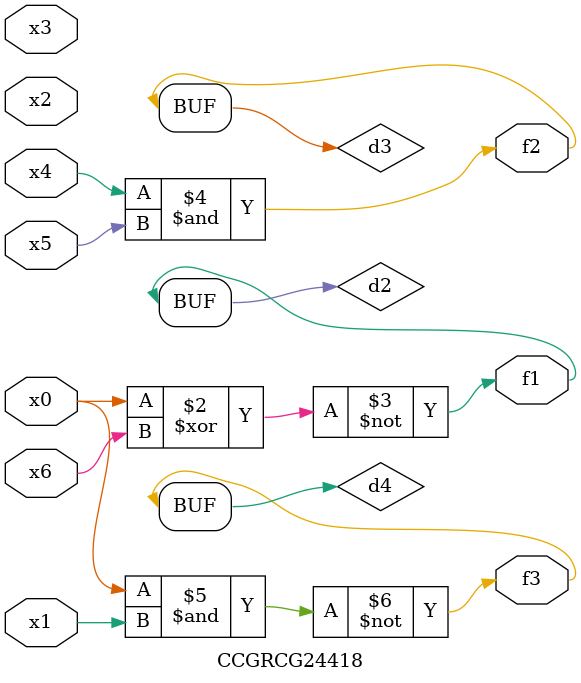
<source format=v>
module CCGRCG24418(
	input x0, x1, x2, x3, x4, x5, x6,
	output f1, f2, f3
);

	wire d1, d2, d3, d4;

	nor (d1, x0);
	xnor (d2, x0, x6);
	and (d3, x4, x5);
	nand (d4, x0, x1);
	assign f1 = d2;
	assign f2 = d3;
	assign f3 = d4;
endmodule

</source>
